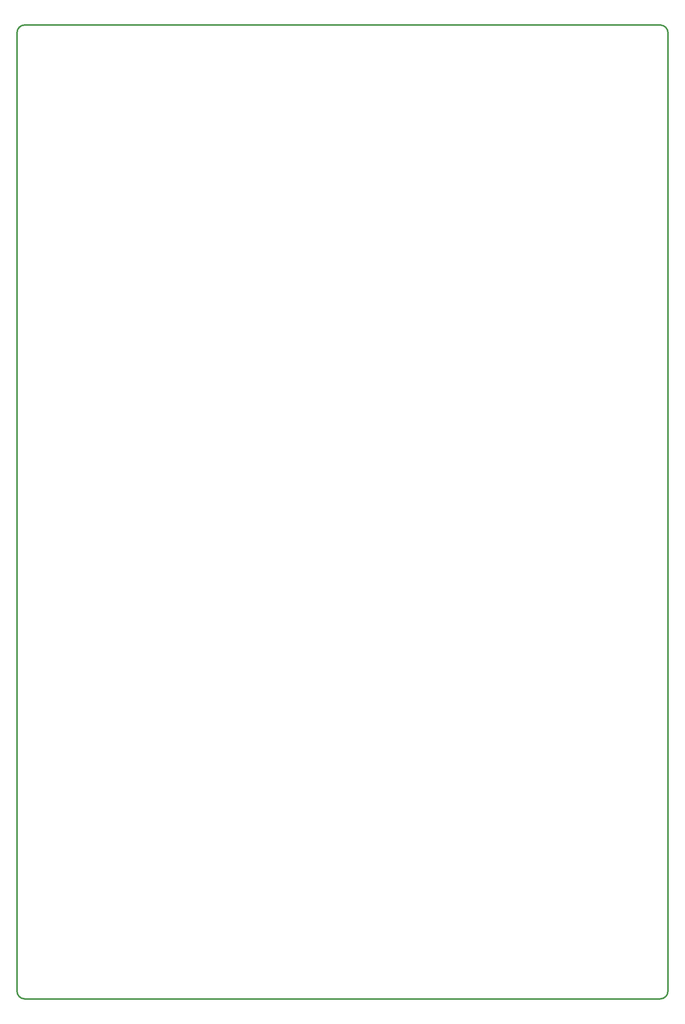
<source format=gm1>
G04*
G04 #@! TF.GenerationSoftware,Altium Limited,Altium Designer,23.7.1 (13)*
G04*
G04 Layer_Color=16711935*
%FSLAX44Y44*%
%MOMM*%
G71*
G04*
G04 #@! TF.SameCoordinates,18148A51-D3F6-497A-8191-E25F5C0AB562*
G04*
G04*
G04 #@! TF.FilePolarity,Positive*
G04*
G01*
G75*
%ADD56C,0.3048*%
%ADD57C,0.1524*%
D56*
X-16500Y16500D02*
G03*
X0Y0I16500J0D01*
G01*
X1358864D02*
G03*
X1375364Y16500I0J16500D01*
G01*
X0Y2080000D02*
G03*
X-16500Y2063500I0J-16500D01*
G01*
X1375364D02*
G03*
X1358864Y2080000I-16500J0D01*
G01*
X1375364Y16500D02*
Y2063500D01*
X0Y0D02*
X1358864D01*
X-16500Y16500D02*
Y2063500D01*
X0Y2080000D02*
X1358864D01*
D57*
X1375364Y2063500D02*
D03*
X1358864Y2080000D02*
D03*
X109575Y161721D02*
D03*
M02*

</source>
